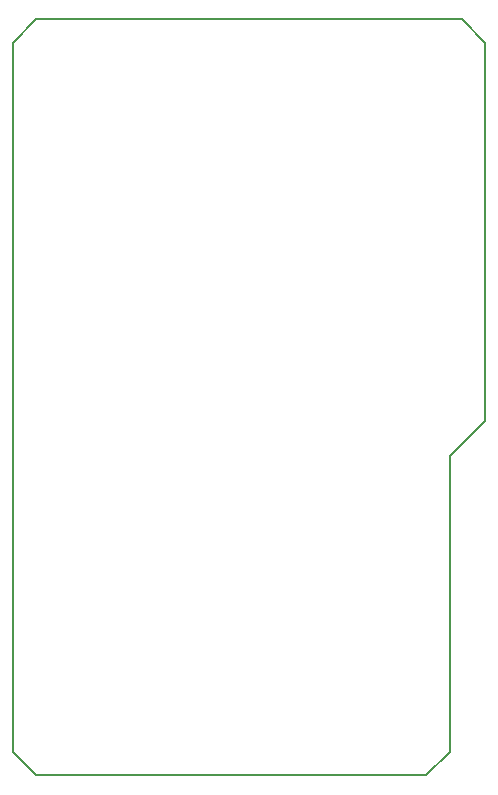
<source format=gm1>
G04 #@! TF.GenerationSoftware,KiCad,Pcbnew,(5.99.0-492-g30da2b31e)*
G04 #@! TF.CreationDate,2019-12-10T20:34:05+01:00*
G04 #@! TF.ProjectId,Feeder,46656564-6572-42e6-9b69-6361645f7063,0.1*
G04 #@! TF.SameCoordinates,Original*
G04 #@! TF.FileFunction,Profile,NP*
%FSLAX46Y46*%
G04 Gerber Fmt 4.6, Leading zero omitted, Abs format (unit mm)*
G04 Created by KiCad (PCBNEW (5.99.0-492-g30da2b31e)) date 2019-12-10 20:34:05*
%MOMM*%
%LPD*%
G04 APERTURE LIST*
%ADD10C,0.150000*%
G04 APERTURE END LIST*
D10*
X149000000Y-110000000D02*
X149000000Y-50000000D01*
X151000000Y-112000000D02*
X149000000Y-110000000D01*
X152000000Y-112000000D02*
X151000000Y-112000000D01*
X184000000Y-112000000D02*
X152000000Y-112000000D01*
X186000000Y-110000000D02*
X184000000Y-112000000D01*
X186000000Y-85000000D02*
X186000000Y-110000000D01*
X189000000Y-82000000D02*
X186000000Y-85000000D01*
X189000000Y-50000000D02*
X189000000Y-82000000D01*
X187000000Y-48000000D02*
X189000000Y-50000000D01*
X186000000Y-48000000D02*
X187000000Y-48000000D01*
X151000000Y-48000000D02*
X186000000Y-48000000D01*
X149000000Y-50000000D02*
X151000000Y-48000000D01*
M02*

</source>
